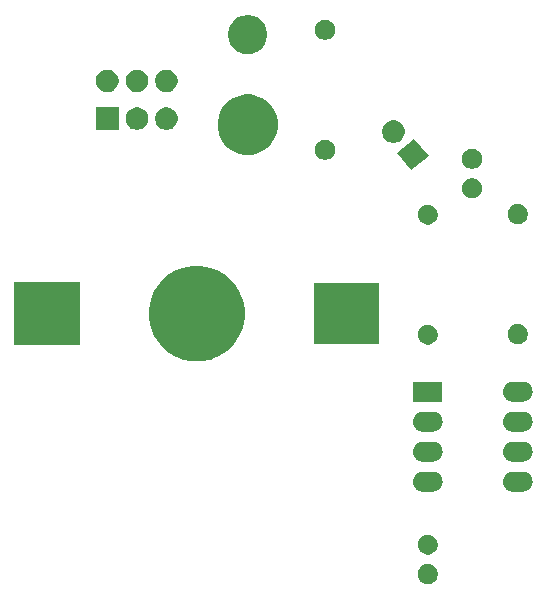
<source format=gbr>
G04 #@! TF.GenerationSoftware,KiCad,Pcbnew,(5.1.5)-3*
G04 #@! TF.CreationDate,2020-04-16T18:29:46-07:00*
G04 #@! TF.ProjectId,E_Grrrl,455f4772-7272-46c2-9e6b-696361645f70,Version A2*
G04 #@! TF.SameCoordinates,Original*
G04 #@! TF.FileFunction,Soldermask,Bot*
G04 #@! TF.FilePolarity,Negative*
%FSLAX46Y46*%
G04 Gerber Fmt 4.6, Leading zero omitted, Abs format (unit mm)*
G04 Created by KiCad (PCBNEW (5.1.5)-3) date 2020-04-16 18:29:46*
%MOMM*%
%LPD*%
G04 APERTURE LIST*
%ADD10C,0.100000*%
G04 APERTURE END LIST*
D10*
G36*
X145282228Y-112933703D02*
G01*
X145437100Y-112997853D01*
X145576481Y-113090985D01*
X145695015Y-113209519D01*
X145788147Y-113348900D01*
X145852297Y-113503772D01*
X145885000Y-113668184D01*
X145885000Y-113835816D01*
X145852297Y-114000228D01*
X145788147Y-114155100D01*
X145695015Y-114294481D01*
X145576481Y-114413015D01*
X145437100Y-114506147D01*
X145282228Y-114570297D01*
X145117816Y-114603000D01*
X144950184Y-114603000D01*
X144785772Y-114570297D01*
X144630900Y-114506147D01*
X144491519Y-114413015D01*
X144372985Y-114294481D01*
X144279853Y-114155100D01*
X144215703Y-114000228D01*
X144183000Y-113835816D01*
X144183000Y-113668184D01*
X144215703Y-113503772D01*
X144279853Y-113348900D01*
X144372985Y-113209519D01*
X144491519Y-113090985D01*
X144630900Y-112997853D01*
X144785772Y-112933703D01*
X144950184Y-112901000D01*
X145117816Y-112901000D01*
X145282228Y-112933703D01*
G37*
G36*
X145282228Y-110433703D02*
G01*
X145437100Y-110497853D01*
X145576481Y-110590985D01*
X145695015Y-110709519D01*
X145788147Y-110848900D01*
X145852297Y-111003772D01*
X145885000Y-111168184D01*
X145885000Y-111335816D01*
X145852297Y-111500228D01*
X145788147Y-111655100D01*
X145695015Y-111794481D01*
X145576481Y-111913015D01*
X145437100Y-112006147D01*
X145282228Y-112070297D01*
X145117816Y-112103000D01*
X144950184Y-112103000D01*
X144785772Y-112070297D01*
X144630900Y-112006147D01*
X144491519Y-111913015D01*
X144372985Y-111794481D01*
X144279853Y-111655100D01*
X144215703Y-111500228D01*
X144183000Y-111335816D01*
X144183000Y-111168184D01*
X144215703Y-111003772D01*
X144279853Y-110848900D01*
X144372985Y-110709519D01*
X144491519Y-110590985D01*
X144630900Y-110497853D01*
X144785772Y-110433703D01*
X144950184Y-110401000D01*
X145117816Y-110401000D01*
X145282228Y-110433703D01*
G37*
G36*
X153220823Y-105079313D02*
G01*
X153381242Y-105127976D01*
X153513906Y-105198886D01*
X153529078Y-105206996D01*
X153658659Y-105313341D01*
X153765004Y-105442922D01*
X153765005Y-105442924D01*
X153844024Y-105590758D01*
X153892687Y-105751177D01*
X153909117Y-105918000D01*
X153892687Y-106084823D01*
X153844024Y-106245242D01*
X153773114Y-106377906D01*
X153765004Y-106393078D01*
X153658659Y-106522659D01*
X153529078Y-106629004D01*
X153529076Y-106629005D01*
X153381242Y-106708024D01*
X153220823Y-106756687D01*
X153095804Y-106769000D01*
X152212196Y-106769000D01*
X152087177Y-106756687D01*
X151926758Y-106708024D01*
X151778924Y-106629005D01*
X151778922Y-106629004D01*
X151649341Y-106522659D01*
X151542996Y-106393078D01*
X151534886Y-106377906D01*
X151463976Y-106245242D01*
X151415313Y-106084823D01*
X151398883Y-105918000D01*
X151415313Y-105751177D01*
X151463976Y-105590758D01*
X151542995Y-105442924D01*
X151542996Y-105442922D01*
X151649341Y-105313341D01*
X151778922Y-105206996D01*
X151794094Y-105198886D01*
X151926758Y-105127976D01*
X152087177Y-105079313D01*
X152212196Y-105067000D01*
X153095804Y-105067000D01*
X153220823Y-105079313D01*
G37*
G36*
X145600823Y-105079313D02*
G01*
X145761242Y-105127976D01*
X145893906Y-105198886D01*
X145909078Y-105206996D01*
X146038659Y-105313341D01*
X146145004Y-105442922D01*
X146145005Y-105442924D01*
X146224024Y-105590758D01*
X146272687Y-105751177D01*
X146289117Y-105918000D01*
X146272687Y-106084823D01*
X146224024Y-106245242D01*
X146153114Y-106377906D01*
X146145004Y-106393078D01*
X146038659Y-106522659D01*
X145909078Y-106629004D01*
X145909076Y-106629005D01*
X145761242Y-106708024D01*
X145600823Y-106756687D01*
X145475804Y-106769000D01*
X144592196Y-106769000D01*
X144467177Y-106756687D01*
X144306758Y-106708024D01*
X144158924Y-106629005D01*
X144158922Y-106629004D01*
X144029341Y-106522659D01*
X143922996Y-106393078D01*
X143914886Y-106377906D01*
X143843976Y-106245242D01*
X143795313Y-106084823D01*
X143778883Y-105918000D01*
X143795313Y-105751177D01*
X143843976Y-105590758D01*
X143922995Y-105442924D01*
X143922996Y-105442922D01*
X144029341Y-105313341D01*
X144158922Y-105206996D01*
X144174094Y-105198886D01*
X144306758Y-105127976D01*
X144467177Y-105079313D01*
X144592196Y-105067000D01*
X145475804Y-105067000D01*
X145600823Y-105079313D01*
G37*
G36*
X145600823Y-102539313D02*
G01*
X145761242Y-102587976D01*
X145893906Y-102658886D01*
X145909078Y-102666996D01*
X146038659Y-102773341D01*
X146145004Y-102902922D01*
X146145005Y-102902924D01*
X146224024Y-103050758D01*
X146272687Y-103211177D01*
X146289117Y-103378000D01*
X146272687Y-103544823D01*
X146224024Y-103705242D01*
X146153114Y-103837906D01*
X146145004Y-103853078D01*
X146038659Y-103982659D01*
X145909078Y-104089004D01*
X145909076Y-104089005D01*
X145761242Y-104168024D01*
X145600823Y-104216687D01*
X145475804Y-104229000D01*
X144592196Y-104229000D01*
X144467177Y-104216687D01*
X144306758Y-104168024D01*
X144158924Y-104089005D01*
X144158922Y-104089004D01*
X144029341Y-103982659D01*
X143922996Y-103853078D01*
X143914886Y-103837906D01*
X143843976Y-103705242D01*
X143795313Y-103544823D01*
X143778883Y-103378000D01*
X143795313Y-103211177D01*
X143843976Y-103050758D01*
X143922995Y-102902924D01*
X143922996Y-102902922D01*
X144029341Y-102773341D01*
X144158922Y-102666996D01*
X144174094Y-102658886D01*
X144306758Y-102587976D01*
X144467177Y-102539313D01*
X144592196Y-102527000D01*
X145475804Y-102527000D01*
X145600823Y-102539313D01*
G37*
G36*
X153220823Y-102539313D02*
G01*
X153381242Y-102587976D01*
X153513906Y-102658886D01*
X153529078Y-102666996D01*
X153658659Y-102773341D01*
X153765004Y-102902922D01*
X153765005Y-102902924D01*
X153844024Y-103050758D01*
X153892687Y-103211177D01*
X153909117Y-103378000D01*
X153892687Y-103544823D01*
X153844024Y-103705242D01*
X153773114Y-103837906D01*
X153765004Y-103853078D01*
X153658659Y-103982659D01*
X153529078Y-104089004D01*
X153529076Y-104089005D01*
X153381242Y-104168024D01*
X153220823Y-104216687D01*
X153095804Y-104229000D01*
X152212196Y-104229000D01*
X152087177Y-104216687D01*
X151926758Y-104168024D01*
X151778924Y-104089005D01*
X151778922Y-104089004D01*
X151649341Y-103982659D01*
X151542996Y-103853078D01*
X151534886Y-103837906D01*
X151463976Y-103705242D01*
X151415313Y-103544823D01*
X151398883Y-103378000D01*
X151415313Y-103211177D01*
X151463976Y-103050758D01*
X151542995Y-102902924D01*
X151542996Y-102902922D01*
X151649341Y-102773341D01*
X151778922Y-102666996D01*
X151794094Y-102658886D01*
X151926758Y-102587976D01*
X152087177Y-102539313D01*
X152212196Y-102527000D01*
X153095804Y-102527000D01*
X153220823Y-102539313D01*
G37*
G36*
X153220823Y-99999313D02*
G01*
X153381242Y-100047976D01*
X153513906Y-100118886D01*
X153529078Y-100126996D01*
X153658659Y-100233341D01*
X153765004Y-100362922D01*
X153765005Y-100362924D01*
X153844024Y-100510758D01*
X153892687Y-100671177D01*
X153909117Y-100838000D01*
X153892687Y-101004823D01*
X153844024Y-101165242D01*
X153773114Y-101297906D01*
X153765004Y-101313078D01*
X153658659Y-101442659D01*
X153529078Y-101549004D01*
X153529076Y-101549005D01*
X153381242Y-101628024D01*
X153220823Y-101676687D01*
X153095804Y-101689000D01*
X152212196Y-101689000D01*
X152087177Y-101676687D01*
X151926758Y-101628024D01*
X151778924Y-101549005D01*
X151778922Y-101549004D01*
X151649341Y-101442659D01*
X151542996Y-101313078D01*
X151534886Y-101297906D01*
X151463976Y-101165242D01*
X151415313Y-101004823D01*
X151398883Y-100838000D01*
X151415313Y-100671177D01*
X151463976Y-100510758D01*
X151542995Y-100362924D01*
X151542996Y-100362922D01*
X151649341Y-100233341D01*
X151778922Y-100126996D01*
X151794094Y-100118886D01*
X151926758Y-100047976D01*
X152087177Y-99999313D01*
X152212196Y-99987000D01*
X153095804Y-99987000D01*
X153220823Y-99999313D01*
G37*
G36*
X145600823Y-99999313D02*
G01*
X145761242Y-100047976D01*
X145893906Y-100118886D01*
X145909078Y-100126996D01*
X146038659Y-100233341D01*
X146145004Y-100362922D01*
X146145005Y-100362924D01*
X146224024Y-100510758D01*
X146272687Y-100671177D01*
X146289117Y-100838000D01*
X146272687Y-101004823D01*
X146224024Y-101165242D01*
X146153114Y-101297906D01*
X146145004Y-101313078D01*
X146038659Y-101442659D01*
X145909078Y-101549004D01*
X145909076Y-101549005D01*
X145761242Y-101628024D01*
X145600823Y-101676687D01*
X145475804Y-101689000D01*
X144592196Y-101689000D01*
X144467177Y-101676687D01*
X144306758Y-101628024D01*
X144158924Y-101549005D01*
X144158922Y-101549004D01*
X144029341Y-101442659D01*
X143922996Y-101313078D01*
X143914886Y-101297906D01*
X143843976Y-101165242D01*
X143795313Y-101004823D01*
X143778883Y-100838000D01*
X143795313Y-100671177D01*
X143843976Y-100510758D01*
X143922995Y-100362924D01*
X143922996Y-100362922D01*
X144029341Y-100233341D01*
X144158922Y-100126996D01*
X144174094Y-100118886D01*
X144306758Y-100047976D01*
X144467177Y-99999313D01*
X144592196Y-99987000D01*
X145475804Y-99987000D01*
X145600823Y-99999313D01*
G37*
G36*
X153220823Y-97459313D02*
G01*
X153381242Y-97507976D01*
X153513906Y-97578886D01*
X153529078Y-97586996D01*
X153658659Y-97693341D01*
X153765004Y-97822922D01*
X153765005Y-97822924D01*
X153844024Y-97970758D01*
X153892687Y-98131177D01*
X153909117Y-98298000D01*
X153892687Y-98464823D01*
X153844024Y-98625242D01*
X153773114Y-98757906D01*
X153765004Y-98773078D01*
X153658659Y-98902659D01*
X153529078Y-99009004D01*
X153529076Y-99009005D01*
X153381242Y-99088024D01*
X153220823Y-99136687D01*
X153095804Y-99149000D01*
X152212196Y-99149000D01*
X152087177Y-99136687D01*
X151926758Y-99088024D01*
X151778924Y-99009005D01*
X151778922Y-99009004D01*
X151649341Y-98902659D01*
X151542996Y-98773078D01*
X151534886Y-98757906D01*
X151463976Y-98625242D01*
X151415313Y-98464823D01*
X151398883Y-98298000D01*
X151415313Y-98131177D01*
X151463976Y-97970758D01*
X151542995Y-97822924D01*
X151542996Y-97822922D01*
X151649341Y-97693341D01*
X151778922Y-97586996D01*
X151794094Y-97578886D01*
X151926758Y-97507976D01*
X152087177Y-97459313D01*
X152212196Y-97447000D01*
X153095804Y-97447000D01*
X153220823Y-97459313D01*
G37*
G36*
X146285000Y-99149000D02*
G01*
X143783000Y-99149000D01*
X143783000Y-97447000D01*
X146285000Y-97447000D01*
X146285000Y-99149000D01*
G37*
G36*
X126657632Y-87798677D02*
G01*
X126963005Y-87925167D01*
X127394868Y-88104050D01*
X128058362Y-88547383D01*
X128622617Y-89111638D01*
X129065950Y-89775132D01*
X129244833Y-90206995D01*
X129371323Y-90512368D01*
X129527000Y-91295010D01*
X129527000Y-92092990D01*
X129371323Y-92875632D01*
X129291267Y-93068903D01*
X129065950Y-93612868D01*
X128622617Y-94276362D01*
X128058362Y-94840617D01*
X127394868Y-95283950D01*
X126963005Y-95462833D01*
X126657632Y-95589323D01*
X125874990Y-95745000D01*
X125077010Y-95745000D01*
X124294368Y-95589323D01*
X123988995Y-95462833D01*
X123557132Y-95283950D01*
X122893638Y-94840617D01*
X122329383Y-94276362D01*
X121886050Y-93612868D01*
X121660733Y-93068903D01*
X121580677Y-92875632D01*
X121425000Y-92092990D01*
X121425000Y-91295010D01*
X121580677Y-90512368D01*
X121707167Y-90206995D01*
X121886050Y-89775132D01*
X122329383Y-89111638D01*
X122893638Y-88547383D01*
X123557132Y-88104050D01*
X123988995Y-87925167D01*
X124294368Y-87798677D01*
X125077010Y-87643000D01*
X125874990Y-87643000D01*
X126657632Y-87798677D01*
G37*
G36*
X115577000Y-94345000D02*
G01*
X109975000Y-94345000D01*
X109975000Y-89043000D01*
X115577000Y-89043000D01*
X115577000Y-94345000D01*
G37*
G36*
X145282228Y-92653703D02*
G01*
X145437100Y-92717853D01*
X145576481Y-92810985D01*
X145695015Y-92929519D01*
X145788147Y-93068900D01*
X145852297Y-93223772D01*
X145885000Y-93388184D01*
X145885000Y-93555816D01*
X145852297Y-93720228D01*
X145788147Y-93875100D01*
X145695015Y-94014481D01*
X145576481Y-94133015D01*
X145437100Y-94226147D01*
X145282228Y-94290297D01*
X145117816Y-94323000D01*
X144950184Y-94323000D01*
X144785772Y-94290297D01*
X144630900Y-94226147D01*
X144491519Y-94133015D01*
X144372985Y-94014481D01*
X144279853Y-93875100D01*
X144215703Y-93720228D01*
X144183000Y-93555816D01*
X144183000Y-93388184D01*
X144215703Y-93223772D01*
X144279853Y-93068900D01*
X144372985Y-92929519D01*
X144491519Y-92810985D01*
X144630900Y-92717853D01*
X144785772Y-92653703D01*
X144950184Y-92621000D01*
X145117816Y-92621000D01*
X145282228Y-92653703D01*
G37*
G36*
X140927000Y-94295000D02*
G01*
X135425000Y-94295000D01*
X135425000Y-89093000D01*
X140927000Y-89093000D01*
X140927000Y-94295000D01*
G37*
G36*
X152902228Y-92615603D02*
G01*
X153057100Y-92679753D01*
X153196481Y-92772885D01*
X153315015Y-92891419D01*
X153408147Y-93030800D01*
X153472297Y-93185672D01*
X153505000Y-93350084D01*
X153505000Y-93517716D01*
X153472297Y-93682128D01*
X153408147Y-93837000D01*
X153315015Y-93976381D01*
X153196481Y-94094915D01*
X153057100Y-94188047D01*
X152902228Y-94252197D01*
X152737816Y-94284900D01*
X152570184Y-94284900D01*
X152405772Y-94252197D01*
X152250900Y-94188047D01*
X152111519Y-94094915D01*
X151992985Y-93976381D01*
X151899853Y-93837000D01*
X151835703Y-93682128D01*
X151803000Y-93517716D01*
X151803000Y-93350084D01*
X151835703Y-93185672D01*
X151899853Y-93030800D01*
X151992985Y-92891419D01*
X152111519Y-92772885D01*
X152250900Y-92679753D01*
X152405772Y-92615603D01*
X152570184Y-92582900D01*
X152737816Y-92582900D01*
X152902228Y-92615603D01*
G37*
G36*
X145282228Y-82493703D02*
G01*
X145437100Y-82557853D01*
X145576481Y-82650985D01*
X145695015Y-82769519D01*
X145788147Y-82908900D01*
X145852297Y-83063772D01*
X145885000Y-83228184D01*
X145885000Y-83395816D01*
X145852297Y-83560228D01*
X145788147Y-83715100D01*
X145695015Y-83854481D01*
X145576481Y-83973015D01*
X145437100Y-84066147D01*
X145282228Y-84130297D01*
X145117816Y-84163000D01*
X144950184Y-84163000D01*
X144785772Y-84130297D01*
X144630900Y-84066147D01*
X144491519Y-83973015D01*
X144372985Y-83854481D01*
X144279853Y-83715100D01*
X144215703Y-83560228D01*
X144183000Y-83395816D01*
X144183000Y-83228184D01*
X144215703Y-83063772D01*
X144279853Y-82908900D01*
X144372985Y-82769519D01*
X144491519Y-82650985D01*
X144630900Y-82557853D01*
X144785772Y-82493703D01*
X144950184Y-82461000D01*
X145117816Y-82461000D01*
X145282228Y-82493703D01*
G37*
G36*
X152902228Y-82455603D02*
G01*
X153057100Y-82519753D01*
X153196481Y-82612885D01*
X153315015Y-82731419D01*
X153408147Y-82870800D01*
X153472297Y-83025672D01*
X153505000Y-83190084D01*
X153505000Y-83357716D01*
X153472297Y-83522128D01*
X153408147Y-83677000D01*
X153315015Y-83816381D01*
X153196481Y-83934915D01*
X153057100Y-84028047D01*
X152902228Y-84092197D01*
X152737816Y-84124900D01*
X152570184Y-84124900D01*
X152405772Y-84092197D01*
X152250900Y-84028047D01*
X152111519Y-83934915D01*
X151992985Y-83816381D01*
X151899853Y-83677000D01*
X151835703Y-83522128D01*
X151803000Y-83357716D01*
X151803000Y-83190084D01*
X151835703Y-83025672D01*
X151899853Y-82870800D01*
X151992985Y-82731419D01*
X152111519Y-82612885D01*
X152250900Y-82519753D01*
X152405772Y-82455603D01*
X152570184Y-82422900D01*
X152737816Y-82422900D01*
X152902228Y-82455603D01*
G37*
G36*
X149041428Y-80269303D02*
G01*
X149196300Y-80333453D01*
X149335681Y-80426585D01*
X149454215Y-80545119D01*
X149547347Y-80684500D01*
X149611497Y-80839372D01*
X149644200Y-81003784D01*
X149644200Y-81171416D01*
X149611497Y-81335828D01*
X149547347Y-81490700D01*
X149454215Y-81630081D01*
X149335681Y-81748615D01*
X149196300Y-81841747D01*
X149041428Y-81905897D01*
X148877016Y-81938600D01*
X148709384Y-81938600D01*
X148544972Y-81905897D01*
X148390100Y-81841747D01*
X148250719Y-81748615D01*
X148132185Y-81630081D01*
X148039053Y-81490700D01*
X147974903Y-81335828D01*
X147942200Y-81171416D01*
X147942200Y-81003784D01*
X147974903Y-80839372D01*
X148039053Y-80684500D01*
X148132185Y-80545119D01*
X148250719Y-80426585D01*
X148390100Y-80333453D01*
X148544972Y-80269303D01*
X148709384Y-80236600D01*
X148877016Y-80236600D01*
X149041428Y-80269303D01*
G37*
G36*
X145103799Y-78349217D02*
G01*
X143646783Y-79571799D01*
X142424201Y-78114783D01*
X143881217Y-76892201D01*
X145103799Y-78349217D01*
G37*
G36*
X149041428Y-77769303D02*
G01*
X149196300Y-77833453D01*
X149335681Y-77926585D01*
X149454215Y-78045119D01*
X149547347Y-78184500D01*
X149611497Y-78339372D01*
X149644200Y-78503784D01*
X149644200Y-78671416D01*
X149611497Y-78835828D01*
X149547347Y-78990700D01*
X149454215Y-79130081D01*
X149335681Y-79248615D01*
X149196300Y-79341747D01*
X149041428Y-79405897D01*
X148877016Y-79438600D01*
X148709384Y-79438600D01*
X148544972Y-79405897D01*
X148390100Y-79341747D01*
X148250719Y-79248615D01*
X148132185Y-79130081D01*
X148039053Y-78990700D01*
X147974903Y-78835828D01*
X147942200Y-78671416D01*
X147942200Y-78503784D01*
X147974903Y-78339372D01*
X148039053Y-78184500D01*
X148132185Y-78045119D01*
X148250719Y-77926585D01*
X148390100Y-77833453D01*
X148544972Y-77769303D01*
X148709384Y-77736600D01*
X148877016Y-77736600D01*
X149041428Y-77769303D01*
G37*
G36*
X136595428Y-77007303D02*
G01*
X136750300Y-77071453D01*
X136889681Y-77164585D01*
X137008215Y-77283119D01*
X137101347Y-77422500D01*
X137165497Y-77577372D01*
X137198200Y-77741784D01*
X137198200Y-77909416D01*
X137165497Y-78073828D01*
X137101347Y-78228700D01*
X137008215Y-78368081D01*
X136889681Y-78486615D01*
X136750300Y-78579747D01*
X136595428Y-78643897D01*
X136431016Y-78676600D01*
X136263384Y-78676600D01*
X136098972Y-78643897D01*
X135944100Y-78579747D01*
X135804719Y-78486615D01*
X135686185Y-78368081D01*
X135593053Y-78228700D01*
X135528903Y-78073828D01*
X135496200Y-77909416D01*
X135496200Y-77741784D01*
X135528903Y-77577372D01*
X135593053Y-77422500D01*
X135686185Y-77283119D01*
X135804719Y-77164585D01*
X135944100Y-77071453D01*
X136098972Y-77007303D01*
X136263384Y-76974600D01*
X136431016Y-76974600D01*
X136595428Y-77007303D01*
G37*
G36*
X130538098Y-73239033D02*
G01*
X131002350Y-73431332D01*
X131002352Y-73431333D01*
X131420168Y-73710509D01*
X131775491Y-74065832D01*
X132029050Y-74445310D01*
X132054668Y-74483650D01*
X132246967Y-74947902D01*
X132345000Y-75440747D01*
X132345000Y-75943253D01*
X132246967Y-76436098D01*
X132194136Y-76563643D01*
X132054667Y-76900352D01*
X131775491Y-77318168D01*
X131420168Y-77673491D01*
X131002352Y-77952667D01*
X131002351Y-77952668D01*
X131002350Y-77952668D01*
X130538098Y-78144967D01*
X130045253Y-78243000D01*
X129542747Y-78243000D01*
X129049902Y-78144967D01*
X128585650Y-77952668D01*
X128585649Y-77952668D01*
X128585648Y-77952667D01*
X128167832Y-77673491D01*
X127812509Y-77318168D01*
X127533333Y-76900352D01*
X127393864Y-76563643D01*
X127341033Y-76436098D01*
X127243000Y-75943253D01*
X127243000Y-75440747D01*
X127341033Y-74947902D01*
X127533332Y-74483650D01*
X127558950Y-74445310D01*
X127812509Y-74065832D01*
X128167832Y-73710509D01*
X128585648Y-73431333D01*
X128585650Y-73431332D01*
X129049902Y-73239033D01*
X129542747Y-73141000D01*
X130045253Y-73141000D01*
X130538098Y-73239033D01*
G37*
G36*
X142408714Y-75371793D02*
G01*
X142581785Y-75443481D01*
X142659137Y-75495166D01*
X142737546Y-75547557D01*
X142870009Y-75680020D01*
X142870010Y-75680022D01*
X142974085Y-75835781D01*
X143045773Y-76008852D01*
X143082319Y-76192580D01*
X143082319Y-76379914D01*
X143045773Y-76563642D01*
X142974085Y-76736713D01*
X142974084Y-76736714D01*
X142870009Y-76892474D01*
X142737546Y-77024937D01*
X142659137Y-77077328D01*
X142581785Y-77129013D01*
X142408714Y-77200701D01*
X142224986Y-77237247D01*
X142037652Y-77237247D01*
X141853924Y-77200701D01*
X141680853Y-77129013D01*
X141603501Y-77077328D01*
X141525092Y-77024937D01*
X141392629Y-76892474D01*
X141288554Y-76736714D01*
X141288553Y-76736713D01*
X141216865Y-76563642D01*
X141180319Y-76379914D01*
X141180319Y-76192580D01*
X141216865Y-76008852D01*
X141288553Y-75835781D01*
X141392628Y-75680022D01*
X141392629Y-75680020D01*
X141525092Y-75547557D01*
X141603501Y-75495166D01*
X141680853Y-75443481D01*
X141853924Y-75371793D01*
X142037652Y-75335247D01*
X142224986Y-75335247D01*
X142408714Y-75371793D01*
G37*
G36*
X123184195Y-74269546D02*
G01*
X123357266Y-74341234D01*
X123357267Y-74341235D01*
X123513027Y-74445310D01*
X123645490Y-74577773D01*
X123645491Y-74577775D01*
X123749566Y-74733534D01*
X123821254Y-74906605D01*
X123857800Y-75090333D01*
X123857800Y-75277667D01*
X123821254Y-75461395D01*
X123749566Y-75634466D01*
X123749565Y-75634467D01*
X123645490Y-75790227D01*
X123513027Y-75922690D01*
X123482252Y-75943253D01*
X123357266Y-76026766D01*
X123184195Y-76098454D01*
X123000467Y-76135000D01*
X122813133Y-76135000D01*
X122629405Y-76098454D01*
X122456334Y-76026766D01*
X122331348Y-75943253D01*
X122300573Y-75922690D01*
X122168110Y-75790227D01*
X122064035Y-75634467D01*
X122064034Y-75634466D01*
X121992346Y-75461395D01*
X121955800Y-75277667D01*
X121955800Y-75090333D01*
X121992346Y-74906605D01*
X122064034Y-74733534D01*
X122168109Y-74577775D01*
X122168110Y-74577773D01*
X122300573Y-74445310D01*
X122456333Y-74341235D01*
X122456334Y-74341234D01*
X122629405Y-74269546D01*
X122813133Y-74233000D01*
X123000467Y-74233000D01*
X123184195Y-74269546D01*
G37*
G36*
X120684195Y-74269546D02*
G01*
X120857266Y-74341234D01*
X120857267Y-74341235D01*
X121013027Y-74445310D01*
X121145490Y-74577773D01*
X121145491Y-74577775D01*
X121249566Y-74733534D01*
X121321254Y-74906605D01*
X121357800Y-75090333D01*
X121357800Y-75277667D01*
X121321254Y-75461395D01*
X121249566Y-75634466D01*
X121249565Y-75634467D01*
X121145490Y-75790227D01*
X121013027Y-75922690D01*
X120982252Y-75943253D01*
X120857266Y-76026766D01*
X120684195Y-76098454D01*
X120500467Y-76135000D01*
X120313133Y-76135000D01*
X120129405Y-76098454D01*
X119956334Y-76026766D01*
X119831348Y-75943253D01*
X119800573Y-75922690D01*
X119668110Y-75790227D01*
X119564035Y-75634467D01*
X119564034Y-75634466D01*
X119492346Y-75461395D01*
X119455800Y-75277667D01*
X119455800Y-75090333D01*
X119492346Y-74906605D01*
X119564034Y-74733534D01*
X119668109Y-74577775D01*
X119668110Y-74577773D01*
X119800573Y-74445310D01*
X119956333Y-74341235D01*
X119956334Y-74341234D01*
X120129405Y-74269546D01*
X120313133Y-74233000D01*
X120500467Y-74233000D01*
X120684195Y-74269546D01*
G37*
G36*
X118857800Y-76135000D02*
G01*
X116955800Y-76135000D01*
X116955800Y-74233000D01*
X118857800Y-74233000D01*
X118857800Y-76135000D01*
G37*
G36*
X123184195Y-71069546D02*
G01*
X123357266Y-71141234D01*
X123357267Y-71141235D01*
X123513027Y-71245310D01*
X123645490Y-71377773D01*
X123645491Y-71377775D01*
X123749566Y-71533534D01*
X123821254Y-71706605D01*
X123857800Y-71890333D01*
X123857800Y-72077667D01*
X123821254Y-72261395D01*
X123749566Y-72434466D01*
X123749565Y-72434467D01*
X123645490Y-72590227D01*
X123513027Y-72722690D01*
X123434618Y-72775081D01*
X123357266Y-72826766D01*
X123184195Y-72898454D01*
X123000467Y-72935000D01*
X122813133Y-72935000D01*
X122629405Y-72898454D01*
X122456334Y-72826766D01*
X122378982Y-72775081D01*
X122300573Y-72722690D01*
X122168110Y-72590227D01*
X122064035Y-72434467D01*
X122064034Y-72434466D01*
X121992346Y-72261395D01*
X121955800Y-72077667D01*
X121955800Y-71890333D01*
X121992346Y-71706605D01*
X122064034Y-71533534D01*
X122168109Y-71377775D01*
X122168110Y-71377773D01*
X122300573Y-71245310D01*
X122456333Y-71141235D01*
X122456334Y-71141234D01*
X122629405Y-71069546D01*
X122813133Y-71033000D01*
X123000467Y-71033000D01*
X123184195Y-71069546D01*
G37*
G36*
X118184195Y-71069546D02*
G01*
X118357266Y-71141234D01*
X118357267Y-71141235D01*
X118513027Y-71245310D01*
X118645490Y-71377773D01*
X118645491Y-71377775D01*
X118749566Y-71533534D01*
X118821254Y-71706605D01*
X118857800Y-71890333D01*
X118857800Y-72077667D01*
X118821254Y-72261395D01*
X118749566Y-72434466D01*
X118749565Y-72434467D01*
X118645490Y-72590227D01*
X118513027Y-72722690D01*
X118434618Y-72775081D01*
X118357266Y-72826766D01*
X118184195Y-72898454D01*
X118000467Y-72935000D01*
X117813133Y-72935000D01*
X117629405Y-72898454D01*
X117456334Y-72826766D01*
X117378982Y-72775081D01*
X117300573Y-72722690D01*
X117168110Y-72590227D01*
X117064035Y-72434467D01*
X117064034Y-72434466D01*
X116992346Y-72261395D01*
X116955800Y-72077667D01*
X116955800Y-71890333D01*
X116992346Y-71706605D01*
X117064034Y-71533534D01*
X117168109Y-71377775D01*
X117168110Y-71377773D01*
X117300573Y-71245310D01*
X117456333Y-71141235D01*
X117456334Y-71141234D01*
X117629405Y-71069546D01*
X117813133Y-71033000D01*
X118000467Y-71033000D01*
X118184195Y-71069546D01*
G37*
G36*
X120684195Y-71069546D02*
G01*
X120857266Y-71141234D01*
X120857267Y-71141235D01*
X121013027Y-71245310D01*
X121145490Y-71377773D01*
X121145491Y-71377775D01*
X121249566Y-71533534D01*
X121321254Y-71706605D01*
X121357800Y-71890333D01*
X121357800Y-72077667D01*
X121321254Y-72261395D01*
X121249566Y-72434466D01*
X121249565Y-72434467D01*
X121145490Y-72590227D01*
X121013027Y-72722690D01*
X120934618Y-72775081D01*
X120857266Y-72826766D01*
X120684195Y-72898454D01*
X120500467Y-72935000D01*
X120313133Y-72935000D01*
X120129405Y-72898454D01*
X119956334Y-72826766D01*
X119878982Y-72775081D01*
X119800573Y-72722690D01*
X119668110Y-72590227D01*
X119564035Y-72434467D01*
X119564034Y-72434466D01*
X119492346Y-72261395D01*
X119455800Y-72077667D01*
X119455800Y-71890333D01*
X119492346Y-71706605D01*
X119564034Y-71533534D01*
X119668109Y-71377775D01*
X119668110Y-71377773D01*
X119800573Y-71245310D01*
X119956333Y-71141235D01*
X119956334Y-71141234D01*
X120129405Y-71069546D01*
X120313133Y-71033000D01*
X120500467Y-71033000D01*
X120684195Y-71069546D01*
G37*
G36*
X130169256Y-66463298D02*
G01*
X130275579Y-66484447D01*
X130576042Y-66608903D01*
X130846451Y-66789585D01*
X131076415Y-67019549D01*
X131257097Y-67289958D01*
X131381553Y-67590421D01*
X131445000Y-67909391D01*
X131445000Y-68234609D01*
X131381553Y-68553579D01*
X131257097Y-68854042D01*
X131076415Y-69124451D01*
X130846451Y-69354415D01*
X130576042Y-69535097D01*
X130275579Y-69659553D01*
X130169256Y-69680702D01*
X129956611Y-69723000D01*
X129631389Y-69723000D01*
X129418744Y-69680702D01*
X129312421Y-69659553D01*
X129011958Y-69535097D01*
X128741549Y-69354415D01*
X128511585Y-69124451D01*
X128330903Y-68854042D01*
X128206447Y-68553579D01*
X128143000Y-68234609D01*
X128143000Y-67909391D01*
X128206447Y-67590421D01*
X128330903Y-67289958D01*
X128511585Y-67019549D01*
X128741549Y-66789585D01*
X129011958Y-66608903D01*
X129312421Y-66484447D01*
X129418744Y-66463298D01*
X129631389Y-66421000D01*
X129956611Y-66421000D01*
X130169256Y-66463298D01*
G37*
G36*
X136595428Y-66847303D02*
G01*
X136750300Y-66911453D01*
X136889681Y-67004585D01*
X137008215Y-67123119D01*
X137101347Y-67262500D01*
X137165497Y-67417372D01*
X137198200Y-67581784D01*
X137198200Y-67749416D01*
X137165497Y-67913828D01*
X137101347Y-68068700D01*
X137008215Y-68208081D01*
X136889681Y-68326615D01*
X136750300Y-68419747D01*
X136595428Y-68483897D01*
X136431016Y-68516600D01*
X136263384Y-68516600D01*
X136098972Y-68483897D01*
X135944100Y-68419747D01*
X135804719Y-68326615D01*
X135686185Y-68208081D01*
X135593053Y-68068700D01*
X135528903Y-67913828D01*
X135496200Y-67749416D01*
X135496200Y-67581784D01*
X135528903Y-67417372D01*
X135593053Y-67262500D01*
X135686185Y-67123119D01*
X135804719Y-67004585D01*
X135944100Y-66911453D01*
X136098972Y-66847303D01*
X136263384Y-66814600D01*
X136431016Y-66814600D01*
X136595428Y-66847303D01*
G37*
M02*

</source>
